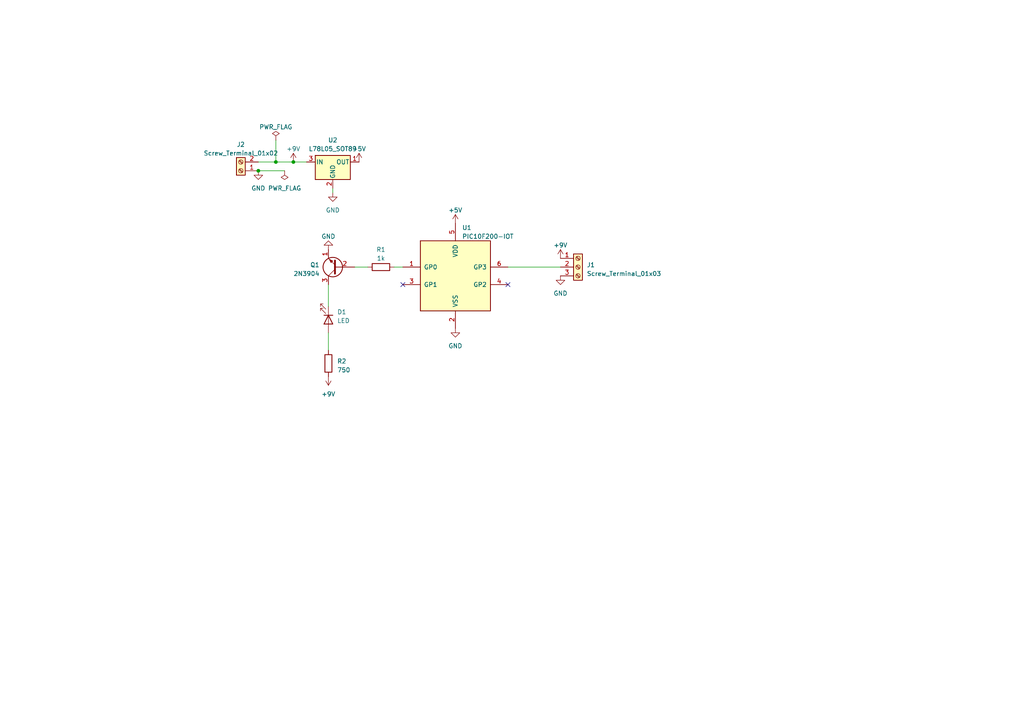
<source format=kicad_sch>
(kicad_sch (version 20230121) (generator eeschema)
  (paper "A4")
  (lib_symbols
    (symbol "Connector:Screw_Terminal_01x02" (pin_names (offset 1.016) hide)
      (property "Reference" "J" (at 0 2.54 0))
      (property "Value" "Screw_Terminal_01x02" (at 0 -5.08 0))
      (symbol "Screw_Terminal_01x02_1_1"
        (rectangle (start -1.27 1.27) (end 1.27 -3.81) (stroke (width 0.254)) (fill (type background)))
        (circle (center 0 -2.54) (radius 0.635) (stroke (width 0.1524)))
        (polyline (pts (xy -0.5334 -2.2098) (xy 0.3302 -3.048)) (stroke (width 0.1524)))
        (polyline (pts (xy -0.5334 0.3302) (xy 0.3302 -0.508)) (stroke (width 0.1524)))
        (polyline (pts (xy -0.3556 -2.032) (xy 0.508 -2.8702)) (stroke (width 0.1524)))
        (polyline (pts (xy -0.3556 0.508) (xy 0.508 -0.3302)) (stroke (width 0.1524)))
        (circle (center 0 0) (radius 0.635) (stroke (width 0.1524)))
        (pin passive line (at -5.08 0 0) (length 3.81) (name "Pin_1") (number "1"))
        (pin passive line (at -5.08 -2.54 0) (length 3.81) (name "Pin_2") (number "2"))
      )
    )
    (symbol "Connector:Screw_Terminal_01x03" (pin_names (offset 1.016) hide)
      (property "Reference" "J" (at 0 5.08 0))
      (property "Value" "Screw_Terminal_01x03" (at 0 -5.08 0))
      (symbol "Screw_Terminal_01x03_1_1"
        (rectangle (start -1.27 3.81) (end 1.27 -3.81) (stroke (width 0.254)) (fill (type background)))
        (circle (center 0 -2.54) (radius 0.635) (stroke (width 0.1524)))
        (polyline (pts (xy -0.5334 -2.2098) (xy 0.3302 -3.048)) (stroke (width 0.1524)))
        (polyline (pts (xy -0.5334 0.3302) (xy 0.3302 -0.508)) (stroke (width 0.1524)))
        (polyline (pts (xy -0.5334 2.8702) (xy 0.3302 2.032)) (stroke (width 0.1524)))
        (polyline (pts (xy -0.3556 -2.032) (xy 0.508 -2.8702)) (stroke (width 0.1524)))
        (polyline (pts (xy -0.3556 0.508) (xy 0.508 -0.3302)) (stroke (width 0.1524)))
        (polyline (pts (xy -0.3556 3.048) (xy 0.508 2.2098)) (stroke (width 0.1524)))
        (circle (center 0 0) (radius 0.635) (stroke (width 0.1524)))
        (circle (center 0 2.54) (radius 0.635) (stroke (width 0.1524)))
        (pin passive line (at -5.08 2.54 0) (length 3.81) (name "Pin_1") (number "1"))
        (pin passive line (at -5.08 0 0) (length 3.81) (name "Pin_2") (number "2"))
        (pin passive line (at -5.08 -2.54 0) (length 3.81) (name "Pin_3") (number "3"))
      )
    )
    (symbol "Device:LED" (pin_numbers hide) (pin_names (offset 1.016) hide)
      (property "Reference" "D" (at 0 2.54 0))
      (property "Value" "LED" (at 0 -2.54 0))
      (symbol "LED_0_1"
        (polyline (pts (xy -1.27 -1.27) (xy -1.27 1.27)) (stroke (width 0.254)))
        (polyline (pts (xy -1.27 0) (xy 1.27 0)))
        (polyline (pts (xy 1.27 -1.27) (xy 1.27 1.27) (xy -1.27 0) (xy 1.27 -1.27)) (stroke (width 0.254)))
        (polyline (pts (xy -3.048 -0.762) (xy -4.572 -2.286) (xy -3.81 -2.286) (xy -4.572 -2.286) (xy -4.572 -1.524)))
        (polyline (pts (xy -1.778 -0.762) (xy -3.302 -2.286) (xy -2.54 -2.286) (xy -3.302 -2.286) (xy -3.302 -1.524)))
      )
      (symbol "LED_1_1"
        (pin passive line (at -3.81 0 0) (length 2.54) (name "K") (number "1"))
        (pin passive line (at 3.81 0 180) (length 2.54) (name "A") (number "2"))
      )
    )
    (symbol "Device:R" (pin_numbers hide) (pin_names (offset 0))
      (property "Reference" "R" (at 2.032 0 90))
      (property "Value" "R" (at 0 0 90))
      (symbol "R_0_1"
        (rectangle (start -1.016 -2.54) (end 1.016 2.54) (stroke (width 0.254)))
      )
      (symbol "R_1_1"
        (pin passive line (at 0 3.81 270) (length 1.27) (name "~") (number "1"))
        (pin passive line (at 0 -3.81 90) (length 1.27) (name "~") (number "2"))
      )
    )
    (symbol "MCU_Microchip_PIC10:PIC10F200-IOT" (pin_names (offset 1.016))
      (property "Reference" "U" (at 1.27 13.97 0))
      (property "Value" "PIC10F200-IOT" (at 1.27 11.43 0))
      (symbol "PIC10F200-IOT_0_1"
        (rectangle (start -10.16 10.16) (end 10.16 -10.16) (stroke (width 0.254)) (fill (type background)))
      )
      (symbol "PIC10F200-IOT_1_1"
        (pin bidirectional line (at -15.24 2.54 0) (length 5.08) (name "GP0") (number "1"))
        (pin power_in line (at 0 -15.24 90) (length 5.08) (name "VSS") (number "2"))
        (pin bidirectional line (at -15.24 -2.54 0) (length 5.08) (name "GP1") (number "3"))
        (pin bidirectional line (at 15.24 -2.54 180) (length 5.08) (name "GP2") (number "4"))
        (pin power_in line (at 0 15.24 270) (length 5.08) (name "VDD") (number "5"))
        (pin input line (at 15.24 2.54 180) (length 5.08) (name "GP3") (number "6"))
      )
    )
    (symbol "Regulator_Linear:L78L05_SOT89" (pin_names (offset 0.254))
      (property "Reference" "U" (at -3.81 3.175 0))
      (property "Value" "L78L05_SOT89" (at -0.635 3.175 0))
      (symbol "L78L05_SOT89_0_1"
        (rectangle (start -5.08 1.905) (end 5.08 -5.08) (stroke (width 0.254)) (fill (type background)))
      )
      (symbol "L78L05_SOT89_1_1"
        (pin power_out line (at 7.62 0 180) (length 2.54) (name "OUT") (number "1"))
        (pin power_in line (at 0 -7.62 90) (length 2.54) (name "GND") (number "2"))
        (pin power_in line (at -7.62 0 0) (length 2.54) (name "IN") (number "3"))
      )
    )
    (symbol "Transistor_BJT:2N3904" (pin_names (offset 0) hide)
      (property "Reference" "Q" (at 5.08 1.905 0))
      (property "Value" "2N3904" (at 5.08 0 0))
      (symbol "2N3904_0_1"
        (polyline (pts (xy 0.635 0.635) (xy 2.54 2.54)))
        (polyline (pts (xy 0.635 -0.635) (xy 2.54 -2.54) (xy 2.54 -2.54)))
        (polyline (pts (xy 0.635 1.905) (xy 0.635 -1.905) (xy 0.635 -1.905)) (stroke (width 0.508)))
        (polyline (pts (xy 1.27 -1.778) (xy 1.778 -1.27) (xy 2.286 -2.286) (xy 1.27 -1.778) (xy 1.27 -1.778)) (fill (type outline)))
        (circle (center 1.27 0) (radius 2.8194) (stroke (width 0.254)))
      )
      (symbol "2N3904_1_1"
        (pin passive line (at 2.54 -5.08 90) (length 2.54) (name "E") (number "1"))
        (pin passive line (at -5.08 0 0) (length 5.715) (name "B") (number "2"))
        (pin passive line (at 2.54 5.08 270) (length 2.54) (name "C") (number "3"))
      )
    )
    (symbol "power:+5V" (power) (pin_names (offset 0))
      (property "Value" "+5V" (at 0 3.556 0))
      (symbol "+5V_0_1"
        (polyline (pts (xy -0.762 1.27) (xy 0 2.54)))
        (polyline (pts (xy 0 0) (xy 0 2.54)))
        (polyline (pts (xy 0 2.54) (xy 0.762 1.27)))
      )
      (symbol "+5V_1_1"
        (pin power_in line (at 0 0 90) (length 0) hide (name "+5V") (number "1"))
      )
    )
    (symbol "power:+9V" (power) (pin_names (offset 0))
      (property "Value" "+9V" (at 0 3.556 0))
      (symbol "+9V_0_1"
        (polyline (pts (xy -0.762 1.27) (xy 0 2.54)))
        (polyline (pts (xy 0 0) (xy 0 2.54)))
        (polyline (pts (xy 0 2.54) (xy 0.762 1.27)))
      )
      (symbol "+9V_1_1"
        (pin power_in line (at 0 0 90) (length 0) hide (name "+9V") (number "1"))
      )
    )
    (symbol "power:GND" (power) (pin_names (offset 0))
      (property "Value" "GND" (at 0 -3.81 0))
      (symbol "GND_0_1"
        (polyline (pts (xy 0 0) (xy 0 -1.27) (xy 1.27 -1.27) (xy 0 -2.54) (xy -1.27 -1.27) (xy 0 -1.27)))
      )
      (symbol "GND_1_1"
        (pin power_in line (at 0 0 270) (length 0) hide (name "GND") (number "1"))
      )
    )
    (symbol "power:PWR_FLAG" (power) (pin_numbers hide) (pin_names (offset 0) hide)
      (property "Value" "PWR_FLAG" (at 0 3.81 0))
      (symbol "PWR_FLAG_0_0"
        (pin power_out line (at 0 0 90) (length 0) (name "pwr") (number "1"))
      )
      (symbol "PWR_FLAG_0_1"
        (polyline (pts (xy 0 0) (xy 0 1.27) (xy -1.016 1.905) (xy 0 2.54) (xy 1.016 1.905) (xy 0 1.27)))
      )
    )
  )
  (junction (at 74.93 49.53))
  (junction (at 80.01 46.99))
  (junction (at 85.09 46.99))
  (no_connect (at 116.84 82.55))
  (no_connect (at 147.32 82.55))
  (wire (pts (xy 82.55 49.53) (xy 74.93 49.53)))
  (wire (pts (xy 74.93 46.99) (xy 80.01 46.99)))
  (wire (pts (xy 80.01 40.64) (xy 80.01 46.99)))
  (wire (pts (xy 114.3 77.47) (xy 116.84 77.47)))
  (wire (pts (xy 85.09 46.99) (xy 88.9 46.99)))
  (wire (pts (xy 147.32 77.47) (xy 162.56 77.47)))
  (wire (pts (xy 96.52 55.88) (xy 96.52 54.61)))
  (wire (pts (xy 80.01 46.99) (xy 85.09 46.99)))
  (wire (pts (xy 95.25 101.6) (xy 95.25 96.52)))
  (wire (pts (xy 95.25 88.9) (xy 95.25 82.55)))
  (wire (pts (xy 102.87 77.47) (xy 106.68 77.47)))
  (symbol (lib_id "Regulator_Linear:L78L05_SOT89") (at 96.52 46.99 0) (unit 1)
    (property "Reference" "U2" (at 96.52 40.64 0))
    (property "Value" "L78L05_SOT89" (at 96.52 43.18 0))
    (property "Footprint" "Package_TO_SOT_SMD:SOT-89-3" (effects hide))
    (property "Datasheet" "http://www.st.com/content/ccc/resource/technical/document/datasheet/15/55/e5/aa/23/5b/43/fd/CD00000446.pdf/files/CD00000446.pdf/jcr:content/translations/en.CD00000446.pdf" (effects hide))
  )
  (symbol (lib_id "Device:R") (at 95.25 105.41 0) (unit 1)
    (property "Reference" "R2" (at 97.79 104.775 0) (effects (justify left)))
    (property "Value" "750" (at 97.79 107.315 0) (effects (justify left)))
    (property "Footprint" "Resistor_SMD:R_0201_0603Metric" (effects hide))
  )
  (symbol (lib_id "power:+5V") (at 104.14 46.99 0) (unit 1)
    (property "Reference" "#PWR03" (effects hide))
    (property "Value" "+5V" (at 104.14 43.18 0))
  )
  (symbol (lib_id "power:GND") (at 96.52 55.88 0) (unit 1)
    (property "Reference" "#PWR02" (effects hide))
    (property "Value" "GND" (at 96.52 60.96 0))
  )
  (symbol (lib_id "power:+5V") (at 132.08 64.77 0) (unit 1)
    (property "Reference" "#PWR05" (effects hide))
    (property "Value" "+5V" (at 132.08 60.96 0))
  )
  (symbol (lib_id "power:+9V") (at 162.56 74.93 0) (unit 1)
    (property "Reference" "#PWR09" (effects hide))
    (property "Value" "+9V" (at 162.56 71.12 0))
  )
  (symbol (lib_id "power:GND") (at 162.56 80.01 0) (unit 1)
    (property "Reference" "#PWR08" (effects hide))
    (property "Value" "GND" (at 162.56 85.09 0))
  )
  (symbol (lib_id "power:+9V") (at 95.25 109.22 180) (unit 1)
    (property "Reference" "#PWR07" (effects hide))
    (property "Value" "+9V" (at 95.25 114.3 0))
  )
  (symbol (lib_id "power:GND") (at 132.08 95.25 0) (unit 1)
    (property "Reference" "#PWR010" (effects hide))
    (property "Value" "GND" (at 132.08 100.33 0))
  )
  (symbol (lib_id "power:GND") (at 95.25 72.39 180) (unit 1)
    (property "Reference" "#PWR06" (effects hide))
    (property "Value" "GND" (at 95.25 68.58 0))
  )
  (symbol (lib_id "power:+9V") (at 85.09 46.99 0) (unit 1)
    (property "Reference" "#PWR04" (effects hide))
    (property "Value" "+9V" (at 85.09 43.18 0))
  )
  (symbol (lib_id "Device:LED") (at 95.25 92.71 270) (unit 1)
    (property "Reference" "D1" (at 97.79 90.4875 90) (effects (justify left)))
    (property "Value" "LED" (at 97.79 93.0275 90) (effects (justify left)))
    (property "Footprint" "LED_SMD:LED_0201_0603Metric" (effects hide))
  )
  (symbol (lib_id "Connector:Screw_Terminal_01x02") (at 69.85 49.53 180) (unit 1)
    (property "Reference" "J2" (at 69.85 41.91 0))
    (property "Value" "Screw_Terminal_01x02" (at 69.85 44.45 0))
    (property "Footprint" "Connector_PinHeader_2.54mm:PinHeader_1x02_P2.54mm_Vertical" (effects hide))
  )
  (symbol (lib_id "power:PWR_FLAG") (at 82.55 49.53 180) (unit 1)
    (property "Reference" "#FLG02" (effects hide))
    (property "Value" "PWR_FLAG" (at 82.55 54.61 0))
  )
  (symbol (lib_id "power:GND") (at 74.93 49.53 0) (unit 1)
    (property "Reference" "#PWR01" (effects hide))
    (property "Value" "GND" (at 74.93 54.61 0))
  )
  (symbol (lib_id "Device:R") (at 110.49 77.47 90) (unit 1)
    (property "Reference" "R1" (at 110.49 72.39 90))
    (property "Value" "1k" (at 110.49 74.93 90))
    (property "Footprint" "Resistor_SMD:R_0201_0603Metric" (effects hide))
  )
  (symbol (lib_id "Connector:Screw_Terminal_01x03") (at 167.64 77.47 0) (unit 1)
    (property "Reference" "J1" (at 170.18 76.835 0) (effects (justify left)))
    (property "Value" "Screw_Terminal_01x03" (at 170.18 79.375 0) (effects (justify left)))
    (property "Footprint" "Connector_PinHeader_2.54mm:PinHeader_1x03_P2.54mm_Vertical" (effects hide))
  )
  (symbol (lib_id "MCU_Microchip_PIC10:PIC10F200-IOT") (at 132.08 80.01 0) (unit 1)
    (property "Reference" "U1" (at 134.0359 66.04 0) (effects (justify left)))
    (property "Value" "PIC10F200-IOT" (at 134.0359 68.58 0) (effects (justify left)))
    (property "Footprint" "Package_TO_SOT_SMD:SOT-23-6" (effects hide))
    (property "Datasheet" "http://ww1.microchip.com/downloads/en/DeviceDoc/41239D.pdf" (effects hide))
  )
  (symbol (lib_id "Transistor_BJT:2N3904") (at 97.79 77.47 180) (unit 1)
    (property "Reference" "Q1" (at 92.71 76.835 0) (effects (justify left)))
    (property "Value" "2N3904" (at 92.71 79.375 0) (effects (justify left)))
    (property "Footprint" "Package_TO_SOT_SMD:SOT-23" (effects hide))
    (property "Datasheet" "https://www.onsemi.com/pub/Collateral/2N3903-D.PDF" (effects hide))
  )
  (symbol (lib_id "power:PWR_FLAG") (at 80.01 40.64 0) (unit 1)
    (property "Reference" "#FLG01" (effects hide))
    (property "Value" "PWR_FLAG" (at 80.01 36.83 0))
  )
)
</source>
